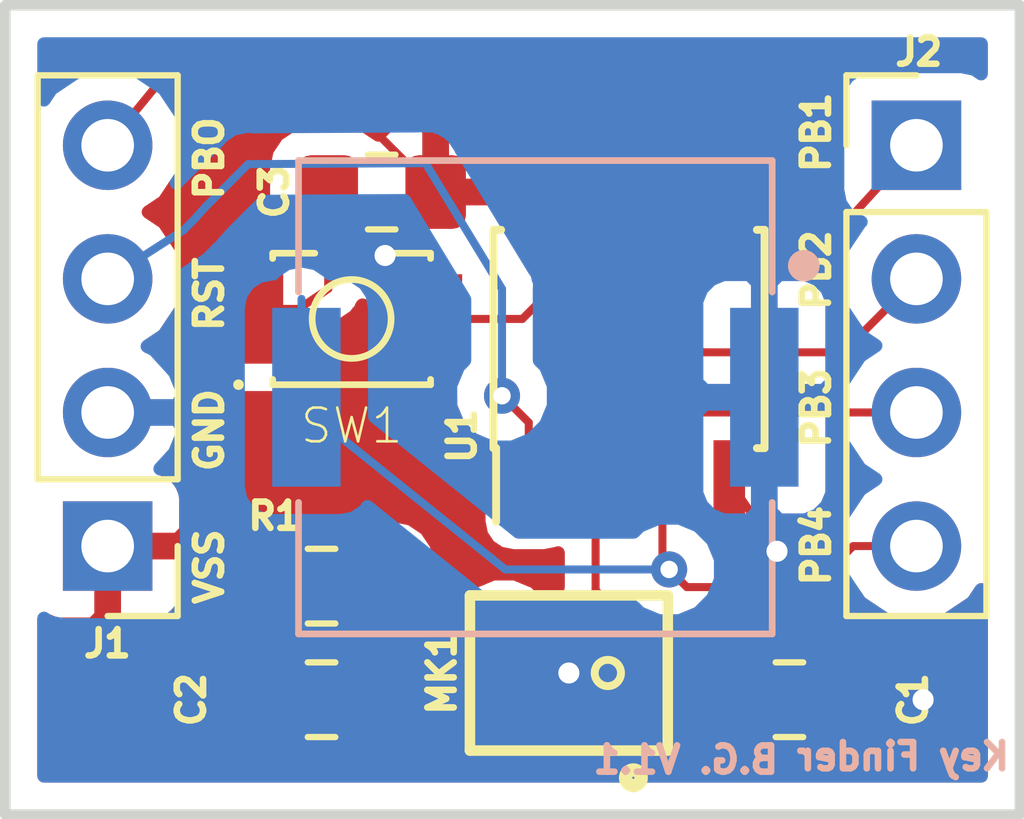
<source format=kicad_pcb>
(kicad_pcb (version 20171130) (host pcbnew "(5.1.2)-1")

  (general
    (thickness 1.6)
    (drawings 8)
    (tracks 71)
    (zones 0)
    (modules 10)
    (nets 11)
  )

  (page A4)
  (layers
    (0 F.Cu signal)
    (31 B.Cu signal)
    (34 B.Paste user)
    (35 F.Paste user)
    (36 B.SilkS user)
    (37 F.SilkS user)
    (38 B.Mask user hide)
    (39 F.Mask user)
    (40 Dwgs.User user)
    (41 Cmts.User user)
    (42 Eco1.User user)
    (43 Eco2.User user)
    (44 Edge.Cuts user)
    (45 Margin user hide)
    (46 B.CrtYd user hide)
    (47 F.CrtYd user hide)
    (48 B.Fab user)
    (49 F.Fab user)
  )

  (setup
    (last_trace_width 0.1524)
    (trace_clearance 0.1524)
    (zone_clearance 0.508)
    (zone_45_only no)
    (trace_min 0.1524)
    (via_size 0.6858)
    (via_drill 0.3302)
    (via_min_size 0.6858)
    (via_min_drill 0.254)
    (uvia_size 0.6858)
    (uvia_drill 0.3302)
    (uvias_allowed no)
    (uvia_min_size 0.2)
    (uvia_min_drill 0.1)
    (edge_width 0.2)
    (segment_width 0.2)
    (pcb_text_width 0.3)
    (pcb_text_size 1.5 1.5)
    (mod_edge_width 0.15)
    (mod_text_size 1 1)
    (mod_text_width 0.15)
    (pad_size 1.5 1.5)
    (pad_drill 0.6)
    (pad_to_mask_clearance 0.0508)
    (solder_mask_min_width 0.25)
    (aux_axis_origin 0 0)
    (visible_elements 7FFDFFFF)
    (pcbplotparams
      (layerselection 0x010fc_ffffffff)
      (usegerberextensions false)
      (usegerberattributes false)
      (usegerberadvancedattributes false)
      (creategerberjobfile false)
      (excludeedgelayer true)
      (linewidth 0.100000)
      (plotframeref false)
      (viasonmask false)
      (mode 1)
      (useauxorigin false)
      (hpglpennumber 1)
      (hpglpenspeed 20)
      (hpglpendiameter 15.000000)
      (psnegative false)
      (psa4output false)
      (plotreference true)
      (plotvalue true)
      (plotinvisibletext false)
      (padsonsilk false)
      (subtractmaskfromsilk false)
      (outputformat 1)
      (mirror false)
      (drillshape 1)
      (scaleselection 1)
      (outputdirectory ""))
  )

  (net 0 "")
  (net 1 +2V8)
  (net 2 GND)
  (net 3 "Net-(C2-Pad1)")
  (net 4 PB4)
  (net 5 "Net-(MK1-Pad3)")
  (net 6 PB3)
  (net 7 PB2)
  (net 8 Reset)
  (net 9 PB0)
  (net 10 PB1)

  (net_class Default "This is the default net class."
    (clearance 0.1524)
    (trace_width 0.1524)
    (via_dia 0.6858)
    (via_drill 0.3302)
    (uvia_dia 0.6858)
    (uvia_drill 0.3302)
    (add_net +2V8)
    (add_net GND)
    (add_net "Net-(C2-Pad1)")
    (add_net "Net-(MK1-Pad3)")
    (add_net PB0)
    (add_net PB1)
    (add_net PB2)
    (add_net PB3)
    (add_net PB4)
    (add_net Reset)
  )

  (module Button_Switch_SMD:SW_B3U-1000P (layer F.Cu) (tedit 5C4E5125) (tstamp 5C5A97CA)
    (at 105.0925 56.007 180)
    (path /5C4EB910)
    (attr smd)
    (fp_text reference SW1 (at 0 -2.032) (layer F.SilkS)
      (effects (font (size 0.641085 0.641085) (thickness 0.05)))
    )
    (fp_text value B3U-1000P (at 3.0949 0.218087 270) (layer Dwgs.User)
      (effects (font (size 0.640269 0.640269) (thickness 0.05)))
    )
    (fp_line (start -2.5 1.5) (end -2.5 -1.5) (layer Eco1.User) (width 0.05))
    (fp_line (start -0.75 1.5) (end -2.5 1.5) (layer Eco1.User) (width 0.05))
    (fp_line (start 0.75 1.5) (end -0.75 1.5) (layer Eco1.User) (width 0.05))
    (fp_line (start 2.5 1.5) (end 0.75 1.5) (layer Eco1.User) (width 0.05))
    (fp_line (start 2.5 -1.5) (end 2.5 1.5) (layer Eco1.User) (width 0.05))
    (fp_line (start -2.5 -1.5) (end 2.5 -1.5) (layer Eco1.User) (width 0.05))
    (fp_circle (center 2.15 -1.25) (end 2.2 -1.25) (layer F.SilkS) (width 0.1))
    (fp_line (start 1.5 1.25) (end 0.7 1.25) (layer F.SilkS) (width 0.127))
    (fp_line (start 1.5 1.15) (end 1.5 1.25) (layer F.SilkS) (width 0.127))
    (fp_line (start -1.5 1.25) (end -0.7 1.25) (layer F.SilkS) (width 0.127))
    (fp_line (start -1.5 1.15) (end -1.5 1.25) (layer F.SilkS) (width 0.127))
    (fp_line (start 1.5 -1.25) (end 1.5 -1.15) (layer F.SilkS) (width 0.127))
    (fp_line (start -1.5 -1.25) (end 1.5 -1.25) (layer F.SilkS) (width 0.127))
    (fp_line (start -1.5 -1.15) (end -1.5 -1.25) (layer F.SilkS) (width 0.127))
    (fp_circle (center 0 0) (end 0.75 0) (layer F.SilkS) (width 0.127))
    (fp_line (start -1.5 1.25) (end -1.5 -1.25) (layer Dwgs.User) (width 0.127))
    (fp_line (start 1.5 1.25) (end -1.5 1.25) (layer Dwgs.User) (width 0.127))
    (fp_line (start 1.5 -1.25) (end 1.5 1.25) (layer Dwgs.User) (width 0.127))
    (fp_line (start -1.5 -1.25) (end 1.5 -1.25) (layer Dwgs.User) (width 0.127))
    (pad 1 smd rect (at 1.7 0 180) (size 0.8 1.7) (layers F.Cu F.Paste F.Mask)
      (net 2 GND))
    (pad 2 smd rect (at -1.7 0 180) (size 0.8 1.7) (layers F.Cu F.Paste F.Mask)
      (net 7 PB2))
  )

  (module Buzzer_Beeper:XDCR_PKMCS0909E4000-R1 (layer B.Cu) (tedit 5C269D44) (tstamp 5C4E9FC3)
    (at 108.58348 57.49544 180)
    (path /5C19A03D)
    (attr smd)
    (fp_text reference LS1 (at -5.1115 0 90) (layer B.SilkS) hide
      (effects (font (size 1.00146 1.00146) (thickness 0.05)) (justify mirror))
    )
    (fp_text value PKMCS0909E4000-R1 (at -1.30944 -5.5338 180) (layer B.SilkS) hide
      (effects (font (size 1.00341 1.00341) (thickness 0.05)) (justify mirror))
    )
    (fp_line (start 5.2 4.8) (end -5.2 4.8) (layer B.CrtYd) (width 0.05))
    (fp_line (start 5.2 -4.8) (end 5.2 4.8) (layer B.CrtYd) (width 0.05))
    (fp_line (start -5.2 -4.8) (end 5.2 -4.8) (layer B.CrtYd) (width 0.05))
    (fp_line (start -5.2 4.8) (end -5.2 -4.8) (layer B.CrtYd) (width 0.05))
    (fp_line (start 4.5 4.5) (end -4.5 4.5) (layer Dwgs.User) (width 0.127))
    (fp_line (start 4.5 -4.5) (end 4.5 4.5) (layer Dwgs.User) (width 0.127))
    (fp_line (start -4.5 -4.5) (end 4.5 -4.5) (layer Dwgs.User) (width 0.127))
    (fp_line (start -4.5 4.5) (end -4.5 -4.5) (layer Dwgs.User) (width 0.127))
    (fp_circle (center -5.1 2.5) (end -4.95 2.5) (layer B.SilkS) (width 0.3))
    (fp_line (start -4.5 -4.5) (end -4.5 -2) (layer B.SilkS) (width 0.127))
    (fp_line (start 4.5 -4.5) (end -4.5 -4.5) (layer B.SilkS) (width 0.127))
    (fp_line (start 4.5 -2) (end 4.5 -4.5) (layer B.SilkS) (width 0.127))
    (fp_line (start 4.5 4.5) (end 4.5 2) (layer B.SilkS) (width 0.127))
    (fp_line (start -4.5 4.5) (end 4.5 4.5) (layer B.SilkS) (width 0.127))
    (fp_line (start -4.5 2) (end -4.5 4.5) (layer B.SilkS) (width 0.127))
    (pad 2 smd rect (at 4.35 0 180) (size 1.3 3.4) (layers B.Cu B.Paste B.Mask)
      (net 4 PB4))
    (pad 1 smd rect (at -4.35 0 180) (size 1.3 3.4) (layers B.Cu B.Paste B.Mask)
      (net 2 GND))
  )

  (module Sensor_Audio:SPU0414HR5H-SB (layer F.Cu) (tedit 5C26A46E) (tstamp 5C466030)
    (at 109.22 62.738 270)
    (descr SPU0414HR5H-SB)
    (tags Microphone)
    (path /5C1A9BE1)
    (attr smd)
    (fp_text reference MK1 (at 0 2.413 90) (layer F.SilkS)
      (effects (font (size 0.5 0.5) (thickness 0.125)))
    )
    (fp_text value SPU0414HR5H-SB (at 5.808 -3.314) (layer F.SilkS) hide
      (effects (font (size 1.27 1.27) (thickness 0.254)))
    )
    (fp_circle (center 0 -0.7406) (end 0.25 -0.7406) (layer F.SilkS) (width 0.15))
    (fp_circle (center 1.992 -1.226) (end 1.971 -1.226) (layer F.SilkS) (width 0.254))
    (fp_line (start 1.475 1.88) (end -1.475 1.88) (layer F.SilkS) (width 0.2))
    (fp_line (start 1.475 -1.88) (end 1.475 1.88) (layer F.SilkS) (width 0.2))
    (fp_line (start -1.475 -1.88) (end 1.475 -1.88) (layer F.SilkS) (width 0.2))
    (fp_line (start -1.475 1.88) (end -1.475 -1.88) (layer F.SilkS) (width 0.2))
    (fp_line (start -1.475 1.88) (end -1.475 -1.88) (layer F.CrtYd) (width 0.05))
    (fp_line (start 1.475 1.88) (end -1.475 1.88) (layer F.CrtYd) (width 0.05))
    (fp_line (start 1.475 -1.88) (end 1.475 1.88) (layer F.CrtYd) (width 0.05))
    (fp_line (start -1.475 -1.88) (end 1.475 -1.88) (layer F.CrtYd) (width 0.05))
    (pad 4 smd circle (at -0.85 -1.23) (size 0.8 0.8) (layers F.Cu F.Paste F.Mask)
      (net 6 PB3))
    (pad 3 smd circle (at -0.85 1.23) (size 0.8 0.8) (layers F.Cu F.Paste F.Mask)
      (net 5 "Net-(MK1-Pad3)"))
    (pad 2 smd circle (at 0.85 1.23) (size 0.8 0.8) (layers F.Cu F.Paste F.Mask)
      (net 2 GND))
    (pad 1 smd circle (at 0.85 -1.23) (size 0.8 0.8) (layers F.Cu F.Paste F.Mask)
      (net 1 +2V8))
  )

  (module Connector_PinHeader_2.54mm:PinHeader_1x04_P2.54mm_Vertical (layer F.Cu) (tedit 5C4E4FCA) (tstamp 5C21BB0B)
    (at 100.457 60.325 180)
    (descr "Through hole straight pin header, 1x04, 2.54mm pitch, single row")
    (tags "Through hole pin header THT 1x04 2.54mm single row")
    (path /5C222480)
    (fp_text reference J1 (at 0.00508 -1.8542) (layer F.SilkS)
      (effects (font (size 0.5 0.5) (thickness 0.125)))
    )
    (fp_text value Conn_01x04 (at 2.39558 5.3812 180) (layer F.Fab) hide
      (effects (font (size 1 1) (thickness 0.15)))
    )
    (fp_text user %R (at 0.0635 6.30428 270) (layer F.Fab) hide
      (effects (font (size 1 1) (thickness 0.15)))
    )
    (fp_line (start 1.8 -1.8) (end -1.8 -1.8) (layer F.CrtYd) (width 0.05))
    (fp_line (start 1.8 9.4) (end 1.8 -1.8) (layer F.CrtYd) (width 0.05))
    (fp_line (start -1.8 9.4) (end 1.8 9.4) (layer F.CrtYd) (width 0.05))
    (fp_line (start -1.8 -1.8) (end -1.8 9.4) (layer F.CrtYd) (width 0.05))
    (fp_line (start -1.33 -1.33) (end 0 -1.33) (layer F.SilkS) (width 0.12))
    (fp_line (start -1.33 0) (end -1.33 -1.33) (layer F.SilkS) (width 0.12))
    (fp_line (start -1.33 1.27) (end 1.33 1.27) (layer F.SilkS) (width 0.12))
    (fp_line (start 1.33 1.27) (end 1.33 8.95) (layer F.SilkS) (width 0.12))
    (fp_line (start -1.33 1.27) (end -1.33 8.95) (layer F.SilkS) (width 0.12))
    (fp_line (start -1.33 8.95) (end 1.33 8.95) (layer F.SilkS) (width 0.12))
    (fp_line (start -1.27 -0.635) (end -0.635 -1.27) (layer F.Fab) (width 0.1))
    (fp_line (start -1.27 8.89) (end -1.27 -0.635) (layer F.Fab) (width 0.1))
    (fp_line (start 1.27 8.89) (end -1.27 8.89) (layer F.Fab) (width 0.1))
    (fp_line (start 1.27 -1.27) (end 1.27 8.89) (layer F.Fab) (width 0.1))
    (fp_line (start -0.635 -1.27) (end 1.27 -1.27) (layer F.Fab) (width 0.1))
    (pad 4 thru_hole oval (at 0 7.62 180) (size 1.7 1.7) (drill 1) (layers *.Cu *.Mask)
      (net 9 PB0))
    (pad 3 thru_hole oval (at 0 5.08 180) (size 1.7 1.7) (drill 1) (layers *.Cu *.Mask)
      (net 8 Reset))
    (pad 2 thru_hole oval (at 0 2.54 180) (size 1.7 1.7) (drill 1) (layers *.Cu *.Mask)
      (net 2 GND))
    (pad 1 thru_hole rect (at 0 0 180) (size 1.7 1.7) (drill 1) (layers *.Cu *.Mask)
      (net 1 +2V8))
    (model ${KISYS3DMOD}/Connector_PinHeader_2.54mm.3dshapes/PinHeader_1x04_P2.54mm_Vertical.wrl
      (at (xyz 0 0 0))
      (scale (xyz 1 1 1))
      (rotate (xyz 0 0 0))
    )
  )

  (module Package_SO:SOIC-8_3.9x4.9mm_P1.27mm (layer F.Cu) (tedit 5C26A512) (tstamp 5C21AB37)
    (at 110.363 56.388 90)
    (descr "8-Lead Plastic Small Outline (SN) - Narrow, 3.90 mm Body [SOIC] (see Microchip Packaging Specification 00000049BS.pdf)")
    (tags "SOIC 1.27")
    (path /5C20002F)
    (attr smd)
    (fp_text reference U1 (at -1.8415 -3.175 90) (layer F.SilkS)
      (effects (font (size 0.5 0.5) (thickness 0.125)))
    )
    (fp_text value ATtiny13A-SSU (at 0 3.5 90) (layer F.Fab) hide
      (effects (font (size 1 1) (thickness 0.15)))
    )
    (fp_line (start -2.075 -2.525) (end -3.475 -2.525) (layer F.SilkS) (width 0.15))
    (fp_line (start -2.075 2.575) (end 2.075 2.575) (layer F.SilkS) (width 0.15))
    (fp_line (start -2.075 -2.575) (end 2.075 -2.575) (layer F.SilkS) (width 0.15))
    (fp_line (start -2.075 2.575) (end -2.075 2.43) (layer F.SilkS) (width 0.15))
    (fp_line (start 2.075 2.575) (end 2.075 2.43) (layer F.SilkS) (width 0.15))
    (fp_line (start 2.075 -2.575) (end 2.075 -2.43) (layer F.SilkS) (width 0.15))
    (fp_line (start -2.075 -2.575) (end -2.075 -2.525) (layer F.SilkS) (width 0.15))
    (fp_line (start -3.73 2.7) (end 3.73 2.7) (layer F.CrtYd) (width 0.05))
    (fp_line (start -3.73 -2.7) (end 3.73 -2.7) (layer F.CrtYd) (width 0.05))
    (fp_line (start 3.73 -2.7) (end 3.73 2.7) (layer F.CrtYd) (width 0.05))
    (fp_line (start -3.73 -2.7) (end -3.73 2.7) (layer F.CrtYd) (width 0.05))
    (fp_line (start -1.95 -1.45) (end -0.95 -2.45) (layer F.Fab) (width 0.1))
    (fp_line (start -1.95 2.45) (end -1.95 -1.45) (layer F.Fab) (width 0.1))
    (fp_line (start 1.95 2.45) (end -1.95 2.45) (layer F.Fab) (width 0.1))
    (fp_line (start 1.95 -2.45) (end 1.95 2.45) (layer F.Fab) (width 0.1))
    (fp_line (start -0.95 -2.45) (end 1.95 -2.45) (layer F.Fab) (width 0.1))
    (fp_text user %R (at 0 0 90) (layer F.Fab)
      (effects (font (size 1 1) (thickness 0.15)))
    )
    (pad 8 smd rect (at 2.7 -1.905 90) (size 1.55 0.6) (layers F.Cu F.Paste F.Mask)
      (net 1 +2V8))
    (pad 7 smd rect (at 2.7 -0.635 90) (size 1.55 0.6) (layers F.Cu F.Paste F.Mask)
      (net 7 PB2))
    (pad 6 smd rect (at 2.7 0.635 90) (size 1.55 0.6) (layers F.Cu F.Paste F.Mask)
      (net 10 PB1))
    (pad 5 smd rect (at 2.7 1.905 90) (size 1.55 0.6) (layers F.Cu F.Paste F.Mask)
      (net 9 PB0))
    (pad 4 smd rect (at -2.7 1.905 90) (size 1.55 0.6) (layers F.Cu F.Paste F.Mask)
      (net 2 GND))
    (pad 3 smd rect (at -2.7 0.635 90) (size 1.55 0.6) (layers F.Cu F.Paste F.Mask)
      (net 4 PB4))
    (pad 2 smd rect (at -2.7 -0.635 90) (size 1.55 0.6) (layers F.Cu F.Paste F.Mask)
      (net 6 PB3))
    (pad 1 smd rect (at -2.7 -1.905 90) (size 1.55 0.6) (layers F.Cu F.Paste F.Mask)
      (net 8 Reset))
    (model ${KISYS3DMOD}/Package_SO.3dshapes/SOIC-8_3.9x4.9mm_P1.27mm.wrl
      (at (xyz 0 0 0))
      (scale (xyz 1 1 1))
      (rotate (xyz 0 0 0))
    )
  )

  (module Connector_PinHeader_2.54mm:PinHeader_1x04_P2.54mm_Vertical (layer F.Cu) (tedit 5C26A4FD) (tstamp 5C4E525C)
    (at 115.824 52.705)
    (descr "Through hole straight pin header, 1x04, 2.54mm pitch, single row")
    (tags "Through hole pin header THT 1x04 2.54mm single row")
    (path /5C222D9C)
    (fp_text reference J2 (at 0.04572 -1.77546) (layer F.SilkS)
      (effects (font (size 0.5 0.5) (thickness 0.125)))
    )
    (fp_text value Conn_01x04 (at -2.5 8.25) (layer F.Fab) hide
      (effects (font (size 1 1) (thickness 0.15)))
    )
    (fp_text user %R (at 0 3.81 180) (layer F.Fab)
      (effects (font (size 1 1) (thickness 0.15)))
    )
    (fp_line (start 1.8 -1.8) (end -1.8 -1.8) (layer F.CrtYd) (width 0.05))
    (fp_line (start 1.8 9.4) (end 1.8 -1.8) (layer F.CrtYd) (width 0.05))
    (fp_line (start -1.8 9.4) (end 1.8 9.4) (layer F.CrtYd) (width 0.05))
    (fp_line (start -1.8 -1.8) (end -1.8 9.4) (layer F.CrtYd) (width 0.05))
    (fp_line (start -1.33 -1.33) (end 0 -1.33) (layer F.SilkS) (width 0.12))
    (fp_line (start -1.33 0) (end -1.33 -1.33) (layer F.SilkS) (width 0.12))
    (fp_line (start -1.33 1.27) (end 1.33 1.27) (layer F.SilkS) (width 0.12))
    (fp_line (start 1.33 1.27) (end 1.33 8.95) (layer F.SilkS) (width 0.12))
    (fp_line (start -1.33 1.27) (end -1.33 8.95) (layer F.SilkS) (width 0.12))
    (fp_line (start -1.33 8.95) (end 1.33 8.95) (layer F.SilkS) (width 0.12))
    (fp_line (start -1.27 -0.635) (end -0.635 -1.27) (layer F.Fab) (width 0.1))
    (fp_line (start -1.27 8.89) (end -1.27 -0.635) (layer F.Fab) (width 0.1))
    (fp_line (start 1.27 8.89) (end -1.27 8.89) (layer F.Fab) (width 0.1))
    (fp_line (start 1.27 -1.27) (end 1.27 8.89) (layer F.Fab) (width 0.1))
    (fp_line (start -0.635 -1.27) (end 1.27 -1.27) (layer F.Fab) (width 0.1))
    (pad 4 thru_hole oval (at 0 7.62) (size 1.7 1.7) (drill 1) (layers *.Cu *.Mask)
      (net 4 PB4))
    (pad 3 thru_hole oval (at 0 5.08) (size 1.7 1.7) (drill 1) (layers *.Cu *.Mask)
      (net 6 PB3))
    (pad 2 thru_hole oval (at 0 2.54) (size 1.7 1.7) (drill 1) (layers *.Cu *.Mask)
      (net 7 PB2))
    (pad 1 thru_hole rect (at 0 0) (size 1.7 1.7) (drill 1) (layers *.Cu *.Mask)
      (net 10 PB1))
    (model ${KISYS3DMOD}/Connector_PinHeader_2.54mm.3dshapes/PinHeader_1x04_P2.54mm_Vertical.wrl
      (at (xyz 0 0 0))
      (scale (xyz 1 1 1))
      (rotate (xyz 0 0 0))
    )
  )

  (module Capacitor_SMD:C_0805_2012Metric_Pad1.15x1.40mm_HandSolder (layer F.Cu) (tedit 5C26A585) (tstamp 5C22BF75)
    (at 113.411 63.246)
    (descr "Capacitor SMD 0805 (2012 Metric), square (rectangular) end terminal, IPC_7351 nominal with elongated pad for handsoldering. (Body size source: https://docs.google.com/spreadsheets/d/1BsfQQcO9C6DZCsRaXUlFlo91Tg2WpOkGARC1WS5S8t0/edit?usp=sharing), generated with kicad-footprint-generator")
    (tags "capacitor handsolder")
    (path /5C185EFF)
    (attr smd)
    (fp_text reference C1 (at 2.3495 0 90) (layer F.SilkS)
      (effects (font (size 0.5 0.5) (thickness 0.125)))
    )
    (fp_text value 10uF (at 0 1.65) (layer F.Fab) hide
      (effects (font (size 1 1) (thickness 0.15)))
    )
    (fp_text user %R (at 0 0) (layer F.Fab)
      (effects (font (size 0.5 0.5) (thickness 0.08)))
    )
    (fp_line (start 1.85 0.95) (end -1.85 0.95) (layer F.CrtYd) (width 0.05))
    (fp_line (start 1.85 -0.95) (end 1.85 0.95) (layer F.CrtYd) (width 0.05))
    (fp_line (start -1.85 -0.95) (end 1.85 -0.95) (layer F.CrtYd) (width 0.05))
    (fp_line (start -1.85 0.95) (end -1.85 -0.95) (layer F.CrtYd) (width 0.05))
    (fp_line (start -0.261252 0.71) (end 0.261252 0.71) (layer F.SilkS) (width 0.12))
    (fp_line (start -0.261252 -0.71) (end 0.261252 -0.71) (layer F.SilkS) (width 0.12))
    (fp_line (start 1 0.6) (end -1 0.6) (layer F.Fab) (width 0.1))
    (fp_line (start 1 -0.6) (end 1 0.6) (layer F.Fab) (width 0.1))
    (fp_line (start -1 -0.6) (end 1 -0.6) (layer F.Fab) (width 0.1))
    (fp_line (start -1 0.6) (end -1 -0.6) (layer F.Fab) (width 0.1))
    (pad 2 smd roundrect (at 1.025 0) (size 1.15 1.4) (layers F.Cu F.Paste F.Mask) (roundrect_rratio 0.217391)
      (net 2 GND))
    (pad 1 smd roundrect (at -1.025 0) (size 1.15 1.4) (layers F.Cu F.Paste F.Mask) (roundrect_rratio 0.217391)
      (net 1 +2V8))
    (model ${KISYS3DMOD}/Capacitor_SMD.3dshapes/C_0805_2012Metric.wrl
      (at (xyz 0 0 0))
      (scale (xyz 1 1 1))
      (rotate (xyz 0 0 0))
    )
  )

  (module Capacitor_SMD:C_0805_2012Metric_Pad1.15x1.40mm_HandSolder (layer F.Cu) (tedit 5C26A55D) (tstamp 5C46589F)
    (at 104.521 63.246)
    (descr "Capacitor SMD 0805 (2012 Metric), square (rectangular) end terminal, IPC_7351 nominal with elongated pad for handsoldering. (Body size source: https://docs.google.com/spreadsheets/d/1BsfQQcO9C6DZCsRaXUlFlo91Tg2WpOkGARC1WS5S8t0/edit?usp=sharing), generated with kicad-footprint-generator")
    (tags "capacitor handsolder")
    (path /5C1B8053)
    (attr smd)
    (fp_text reference C2 (at -2.4765 0 90) (layer F.SilkS)
      (effects (font (size 0.5 0.5) (thickness 0.125)))
    )
    (fp_text value .16uf (at -0.762 -1.524 180) (layer F.Fab) hide
      (effects (font (size 1 1) (thickness 0.15)))
    )
    (fp_text user %R (at 0 0) (layer F.Fab)
      (effects (font (size 0.5 0.5) (thickness 0.08)))
    )
    (fp_line (start 1.85 0.95) (end -1.85 0.95) (layer F.CrtYd) (width 0.05))
    (fp_line (start 1.85 -0.95) (end 1.85 0.95) (layer F.CrtYd) (width 0.05))
    (fp_line (start -1.85 -0.95) (end 1.85 -0.95) (layer F.CrtYd) (width 0.05))
    (fp_line (start -1.85 0.95) (end -1.85 -0.95) (layer F.CrtYd) (width 0.05))
    (fp_line (start -0.261252 0.71) (end 0.261252 0.71) (layer F.SilkS) (width 0.12))
    (fp_line (start -0.261252 -0.71) (end 0.261252 -0.71) (layer F.SilkS) (width 0.12))
    (fp_line (start 1 0.6) (end -1 0.6) (layer F.Fab) (width 0.1))
    (fp_line (start 1 -0.6) (end 1 0.6) (layer F.Fab) (width 0.1))
    (fp_line (start -1 -0.6) (end 1 -0.6) (layer F.Fab) (width 0.1))
    (fp_line (start -1 0.6) (end -1 -0.6) (layer F.Fab) (width 0.1))
    (pad 2 smd roundrect (at 1.025 0) (size 1.15 1.4) (layers F.Cu F.Paste F.Mask) (roundrect_rratio 0.217391)
      (net 2 GND))
    (pad 1 smd roundrect (at -1.025 0) (size 1.15 1.4) (layers F.Cu F.Paste F.Mask) (roundrect_rratio 0.217391)
      (net 3 "Net-(C2-Pad1)"))
    (model ${KISYS3DMOD}/Capacitor_SMD.3dshapes/C_0805_2012Metric.wrl
      (at (xyz 0 0 0))
      (scale (xyz 1 1 1))
      (rotate (xyz 0 0 0))
    )
  )

  (module Capacitor_SMD:C_0805_2012Metric_Pad1.15x1.40mm_HandSolder (layer F.Cu) (tedit 5C26A520) (tstamp 5C21A20A)
    (at 105.664 53.594 180)
    (descr "Capacitor SMD 0805 (2012 Metric), square (rectangular) end terminal, IPC_7351 nominal with elongated pad for handsoldering. (Body size source: https://docs.google.com/spreadsheets/d/1BsfQQcO9C6DZCsRaXUlFlo91Tg2WpOkGARC1WS5S8t0/edit?usp=sharing), generated with kicad-footprint-generator")
    (tags "capacitor handsolder")
    (path /5C1AFC41)
    (attr smd)
    (fp_text reference C3 (at 2.04216 0.00254 270) (layer F.SilkS)
      (effects (font (size 0.5 0.5) (thickness 0.125)))
    )
    (fp_text value 10uF (at 0.04162 0.2525 180) (layer F.Fab) hide
      (effects (font (size 1 1) (thickness 0.15)))
    )
    (fp_text user %R (at 0 0 180) (layer F.Fab)
      (effects (font (size 0.5 0.5) (thickness 0.08)))
    )
    (fp_line (start 1.85 0.95) (end -1.85 0.95) (layer F.CrtYd) (width 0.05))
    (fp_line (start 1.85 -0.95) (end 1.85 0.95) (layer F.CrtYd) (width 0.05))
    (fp_line (start -1.85 -0.95) (end 1.85 -0.95) (layer F.CrtYd) (width 0.05))
    (fp_line (start -1.85 0.95) (end -1.85 -0.95) (layer F.CrtYd) (width 0.05))
    (fp_line (start -0.261252 0.71) (end 0.261252 0.71) (layer F.SilkS) (width 0.12))
    (fp_line (start -0.261252 -0.71) (end 0.261252 -0.71) (layer F.SilkS) (width 0.12))
    (fp_line (start 1 0.6) (end -1 0.6) (layer F.Fab) (width 0.1))
    (fp_line (start 1 -0.6) (end 1 0.6) (layer F.Fab) (width 0.1))
    (fp_line (start -1 -0.6) (end 1 -0.6) (layer F.Fab) (width 0.1))
    (fp_line (start -1 0.6) (end -1 -0.6) (layer F.Fab) (width 0.1))
    (pad 2 smd roundrect (at 1.025 0 180) (size 1.15 1.4) (layers F.Cu F.Paste F.Mask) (roundrect_rratio 0.217391)
      (net 2 GND))
    (pad 1 smd roundrect (at -1.025 0 180) (size 1.15 1.4) (layers F.Cu F.Paste F.Mask) (roundrect_rratio 0.217391)
      (net 1 +2V8))
    (model ${KISYS3DMOD}/Capacitor_SMD.3dshapes/C_0805_2012Metric.wrl
      (at (xyz 0 0 0))
      (scale (xyz 1 1 1))
      (rotate (xyz 0 0 0))
    )
  )

  (module Resistor_SMD:R_0805_2012Metric_Pad1.15x1.40mm_HandSolder (layer F.Cu) (tedit 5C26A549) (tstamp 5C217DED)
    (at 104.521 61.087 180)
    (descr "Resistor SMD 0805 (2012 Metric), square (rectangular) end terminal, IPC_7351 nominal with elongated pad for handsoldering. (Body size source: https://docs.google.com/spreadsheets/d/1BsfQQcO9C6DZCsRaXUlFlo91Tg2WpOkGARC1WS5S8t0/edit?usp=sharing), generated with kicad-footprint-generator")
    (tags "resistor handsolder")
    (path /5C1B83A3)
    (attr smd)
    (fp_text reference R1 (at 0.889 1.3335) (layer F.SilkS)
      (effects (font (size 0.5 0.5) (thickness 0.125)))
    )
    (fp_text value 10 (at 0 1.65 180) (layer F.Fab) hide
      (effects (font (size 1 1) (thickness 0.15)))
    )
    (fp_text user %R (at 0 0 180) (layer F.Fab)
      (effects (font (size 0.5 0.5) (thickness 0.08)))
    )
    (fp_line (start 1.85 0.95) (end -1.85 0.95) (layer F.CrtYd) (width 0.05))
    (fp_line (start 1.85 -0.95) (end 1.85 0.95) (layer F.CrtYd) (width 0.05))
    (fp_line (start -1.85 -0.95) (end 1.85 -0.95) (layer F.CrtYd) (width 0.05))
    (fp_line (start -1.85 0.95) (end -1.85 -0.95) (layer F.CrtYd) (width 0.05))
    (fp_line (start -0.261252 0.71) (end 0.261252 0.71) (layer F.SilkS) (width 0.12))
    (fp_line (start -0.261252 -0.71) (end 0.261252 -0.71) (layer F.SilkS) (width 0.12))
    (fp_line (start 1 0.6) (end -1 0.6) (layer F.Fab) (width 0.1))
    (fp_line (start 1 -0.6) (end 1 0.6) (layer F.Fab) (width 0.1))
    (fp_line (start -1 -0.6) (end 1 -0.6) (layer F.Fab) (width 0.1))
    (fp_line (start -1 0.6) (end -1 -0.6) (layer F.Fab) (width 0.1))
    (pad 2 smd roundrect (at 1.025 0 180) (size 1.15 1.4) (layers F.Cu F.Paste F.Mask) (roundrect_rratio 0.217391)
      (net 3 "Net-(C2-Pad1)"))
    (pad 1 smd roundrect (at -1.025 0 180) (size 1.15 1.4) (layers F.Cu F.Paste F.Mask) (roundrect_rratio 0.217391)
      (net 5 "Net-(MK1-Pad3)"))
    (model ${KISYS3DMOD}/Resistor_SMD.3dshapes/R_0805_2012Metric.wrl
      (at (xyz 0 0 0))
      (scale (xyz 1 1 1))
      (rotate (xyz 0 0 0))
    )
  )

  (gr_line (start 98.51136 65.4304) (end 117.729 65.4304) (layer Edge.Cuts) (width 0.2))
  (gr_line (start 98.51136 50.04308) (end 98.51136 65.4304) (layer Edge.Cuts) (width 0.2))
  (gr_line (start 117.78996 50.04308) (end 98.51136 50.04308) (layer Edge.Cuts) (width 0.2))
  (gr_line (start 117.78996 65.42532) (end 117.78996 50.04308) (layer Edge.Cuts) (width 0.2))
  (gr_text "VSS   GND   RST   PBO" (at 102.3874 56.79948 90) (layer F.SilkS) (tstamp 5C4E4D97)
    (effects (font (size 0.5 0.5) (thickness 0.125)))
  )
  (gr_text "PB4   PB3   PB2   PB1" (at 113.919 56.388 90) (layer F.SilkS) (tstamp 5C335689)
    (effects (font (size 0.5 0.5) (thickness 0.125)))
  )
  (gr_text "Key Finder" (at 115.57 64.3255) (layer B.SilkS) (tstamp 5C33523F)
    (effects (font (size 0.5 0.5) (thickness 0.125)) (justify mirror))
  )
  (gr_text "B.G. V1.1" (at 111.4425 64.389) (layer B.SilkS)
    (effects (font (size 0.5 0.5) (thickness 0.125)) (justify mirror))
  )

  (segment (start 110.792 63.246) (end 110.45 63.588) (width 0.1524) (layer F.Cu) (net 1))
  (segment (start 112.386 63.246) (end 110.792 63.246) (width 0.1524) (layer F.Cu) (net 1))
  (segment (start 106.689 53.594) (end 105.2285 52.1335) (width 0.1524) (layer F.Cu) (net 1))
  (segment (start 105.2285 52.1335) (end 102.8065 52.1335) (width 0.1524) (layer F.Cu) (net 1))
  (via (at 115.951 63.246) (size 0.8) (drill 0.4) (layers F.Cu B.Cu) (net 2))
  (via (at 109.22 62.738) (size 0.8) (drill 0.4) (layers F.Cu B.Cu) (net 2))
  (segment (start 115.951 63.246) (end 114.436 63.246) (width 0.1524) (layer F.Cu) (net 2))
  (segment (start 108.37 63.588) (end 107.99 63.588) (width 0.1524) (layer F.Cu) (net 2))
  (segment (start 109.22 62.738) (end 108.37 63.588) (width 0.1524) (layer F.Cu) (net 2))
  (segment (start 105.888 63.588) (end 105.546 63.246) (width 0.1524) (layer F.Cu) (net 2))
  (segment (start 107.99 63.588) (end 105.888 63.588) (width 0.1524) (layer F.Cu) (net 2))
  (segment (start 104.775 53.721) (end 104.766 53.721) (width 0.1524) (layer F.Cu) (net 2))
  (via (at 105.7275 54.8005) (size 0.8) (drill 0.4) (layers F.Cu B.Cu) (net 2))
  (segment (start 105.0455 54.8005) (end 104.639 54.394) (width 0.1524) (layer F.Cu) (net 2))
  (segment (start 105.7275 54.8005) (end 105.0455 54.8005) (width 0.1524) (layer F.Cu) (net 2))
  (segment (start 104.639 54.394) (end 104.639 53.594) (width 0.1524) (layer F.Cu) (net 2))
  (segment (start 104.0864 55.8165) (end 103.534 55.8165) (width 0.1524) (layer F.Cu) (net 2))
  (segment (start 104.639 53.594) (end 104.648 55.4355) (width 0.1524) (layer F.Cu) (net 2))
  (segment (start 104.648 55.4355) (end 104.0864 55.8165) (width 0.1524) (layer F.Cu) (net 2))
  (segment (start 112.89284 55.61584) (end 112.84 55.626) (width 0.25) (layer B.Cu) (net 2))
  (segment (start 113.17478 60.42406) (end 112.268 59.088) (width 0.1524) (layer F.Cu) (net 2))
  (via (at 113.17478 60.42406) (size 0.8) (drill 0.4) (layers F.Cu B.Cu) (net 2))
  (segment (start 103.496 61.887) (end 103.496 63.246) (width 0.1524) (layer F.Cu) (net 3))
  (segment (start 103.496 61.087) (end 103.496 61.887) (width 0.1524) (layer F.Cu) (net 3))
  (segment (start 111.125 59.215) (end 110.998 59.088) (width 0.25) (layer F.Cu) (net 4) (status 30))
  (via (at 111.125 60.7695) (size 0.6858) (drill 0.3302) (layers F.Cu B.Cu) (net 4))
  (segment (start 104.14 56.676) (end 104.14 55.626) (width 0.1524) (layer B.Cu) (net 4))
  (segment (start 104.14 57.658) (end 104.14 56.676) (width 0.1524) (layer B.Cu) (net 4))
  (segment (start 111.125 60.7695) (end 108.0135 60.7695) (width 0.1524) (layer B.Cu) (net 4))
  (segment (start 108.0135 60.7695) (end 104.14 57.658) (width 0.1524) (layer B.Cu) (net 4))
  (segment (start 110.998 60.6425) (end 111.125 60.7695) (width 0.1524) (layer F.Cu) (net 4))
  (segment (start 110.998 59.088) (end 110.998 60.6425) (width 0.1524) (layer F.Cu) (net 4))
  (segment (start 111.46028 61.10478) (end 111.125 60.7695) (width 0.1524) (layer F.Cu) (net 4))
  (segment (start 113.842139 61.10478) (end 111.46028 61.10478) (width 0.1524) (layer F.Cu) (net 4))
  (segment (start 115.824 60.325) (end 114.621919 60.325) (width 0.1524) (layer F.Cu) (net 4))
  (segment (start 114.621919 60.325) (end 113.842139 61.10478) (width 0.1524) (layer F.Cu) (net 4))
  (segment (start 106.347 61.888) (end 105.546 61.087) (width 0.1524) (layer F.Cu) (net 5))
  (segment (start 107.99 61.888) (end 106.347 61.888) (width 0.1524) (layer F.Cu) (net 5))
  (segment (start 109.728 58.613) (end 109.728 59.088) (width 0.1524) (layer F.Cu) (net 6))
  (segment (start 110.556 57.785) (end 109.728 58.613) (width 0.1524) (layer F.Cu) (net 6))
  (segment (start 115.824 57.785) (end 110.556 57.785) (width 0.1524) (layer F.Cu) (net 6))
  (segment (start 109.728 61.166) (end 109.728 59.088) (width 0.1524) (layer F.Cu) (net 6))
  (segment (start 110.45 61.888) (end 109.728 61.166) (width 0.1524) (layer F.Cu) (net 6))
  (segment (start 109.728 54.163) (end 109.728 53.688) (width 0.25) (layer F.Cu) (net 7) (status 30))
  (segment (start 106.934 55.892) (end 106.934 56.642) (width 0.25) (layer F.Cu) (net 7) (tstamp 5C5AA2AF))
  (segment (start 115.824 55.245) (end 114.427 56.642) (width 0.1524) (layer F.Cu) (net 7))
  (segment (start 111.7546 56.642) (end 111.8235 56.642) (width 0.1524) (layer F.Cu) (net 7))
  (segment (start 109.728 54.6154) (end 111.7546 56.642) (width 0.1524) (layer F.Cu) (net 7))
  (segment (start 109.728 53.688) (end 109.728 54.6154) (width 0.1524) (layer F.Cu) (net 7))
  (segment (start 114.427 56.642) (end 111.8235 56.642) (width 0.1524) (layer F.Cu) (net 7))
  (segment (start 108.3364 56.007) (end 106.9195 56.007) (width 0.1524) (layer F.Cu) (net 7))
  (segment (start 109.728 54.6154) (end 108.3364 56.007) (width 0.1524) (layer F.Cu) (net 7))
  (via (at 107.95 57.4675) (size 0.6858) (drill 0.3302) (layers F.Cu B.Cu) (net 8))
  (segment (start 108.458 57.9755) (end 108.458 59.088) (width 0.1524) (layer F.Cu) (net 8))
  (segment (start 107.95 57.4675) (end 108.458 57.9755) (width 0.1524) (layer F.Cu) (net 8))
  (segment (start 107.95 55.4355) (end 107.95 57.4675) (width 0.1524) (layer B.Cu) (net 8))
  (segment (start 101.89972 54.3179) (end 102.09022 54.1274) (width 0.1524) (layer B.Cu) (net 8))
  (segment (start 100.457 55.245) (end 101.89972 54.3179) (width 0.1524) (layer B.Cu) (net 8))
  (segment (start 102.09022 54.1274) (end 102.30612 53.8861) (width 0.1524) (layer B.Cu) (net 8))
  (segment (start 102.30612 53.8861) (end 103.12654 53.06314) (width 0.1524) (layer B.Cu) (net 8))
  (segment (start 103.12654 53.06314) (end 106.49712 53.04536) (width 0.1524) (layer B.Cu) (net 8))
  (segment (start 106.49712 53.04536) (end 107.95 55.4355) (width 0.1524) (layer B.Cu) (net 8))
  (segment (start 112.268 52.7606) (end 111.1885 51.3715) (width 0.1524) (layer F.Cu) (net 9))
  (segment (start 112.268 53.688) (end 112.268 52.7606) (width 0.1524) (layer F.Cu) (net 9))
  (segment (start 111.1885 51.3715) (end 101.548045 51.3715) (width 0.1524) (layer F.Cu) (net 9))
  (segment (start 101.548045 51.3715) (end 100.457 52.705) (width 0.1524) (layer F.Cu) (net 9))
  (segment (start 110.998 54.163) (end 110.998 53.688) (width 0.1524) (layer F.Cu) (net 10))
  (segment (start 111.5695 54.991) (end 110.998 54.163) (width 0.1524) (layer F.Cu) (net 10))
  (segment (start 113.7285 54.965503) (end 111.5695 54.991) (width 0.1524) (layer F.Cu) (net 10))
  (segment (start 115.824 52.705) (end 114.4905 54.1655) (width 0.1524) (layer F.Cu) (net 10))
  (segment (start 114.4905 54.1655) (end 113.7285 54.965503) (width 0.1524) (layer F.Cu) (net 10))

  (zone (net 2) (net_name GND) (layer B.Cu) (tstamp 5C330CE3) (hatch edge 0.508)
    (connect_pads (clearance 0.508))
    (min_thickness 0.254)
    (fill yes (arc_segments 16) (thermal_gap 0.508) (thermal_bridge_width 0.508))
    (polygon
      (pts
        (xy 98.4885 50.038) (xy 117.7925 50.038) (xy 117.82425 65.405) (xy 98.45675 65.405)
      )
    )
    (filled_polygon
      (pts
        (xy 117.054961 51.345842) (xy 116.921765 51.256843) (xy 116.674 51.20756) (xy 114.974 51.20756) (xy 114.726235 51.256843)
        (xy 114.516191 51.397191) (xy 114.375843 51.607235) (xy 114.32656 51.855) (xy 114.32656 53.555) (xy 114.375843 53.802765)
        (xy 114.516191 54.012809) (xy 114.726235 54.153157) (xy 114.771619 54.162184) (xy 114.753375 54.174375) (xy 114.425161 54.665582)
        (xy 114.309908 55.245) (xy 114.425161 55.824418) (xy 114.753375 56.315625) (xy 115.051761 56.515) (xy 114.753375 56.714375)
        (xy 114.425161 57.205582) (xy 114.309908 57.785) (xy 114.425161 58.364418) (xy 114.753375 58.855625) (xy 115.051761 59.055)
        (xy 114.753375 59.254375) (xy 114.425161 59.745582) (xy 114.309908 60.325) (xy 114.425161 60.904418) (xy 114.753375 61.395625)
        (xy 115.244582 61.723839) (xy 115.677744 61.81) (xy 115.970256 61.81) (xy 116.403418 61.723839) (xy 116.894625 61.395625)
        (xy 117.05496 61.155666) (xy 117.05496 64.6954) (xy 99.24636 64.6954) (xy 99.24636 61.697736) (xy 99.359235 61.773157)
        (xy 99.607 61.82244) (xy 101.307 61.82244) (xy 101.554765 61.773157) (xy 101.764809 61.632809) (xy 101.905157 61.422765)
        (xy 101.95444 61.175) (xy 101.95444 59.475) (xy 101.905157 59.227235) (xy 101.764809 59.017191) (xy 101.554765 58.876843)
        (xy 101.451292 58.856261) (xy 101.728645 58.551924) (xy 101.898476 58.14189) (xy 101.777155 57.912) (xy 100.584 57.912)
        (xy 100.584 57.932) (xy 100.33 57.932) (xy 100.33 57.912) (xy 100.31 57.912) (xy 100.31 57.658)
        (xy 100.33 57.658) (xy 100.33 57.638) (xy 100.584 57.638) (xy 100.584 57.658) (xy 101.777155 57.658)
        (xy 101.898476 57.42811) (xy 101.728645 57.018076) (xy 101.338358 56.589817) (xy 101.208522 56.528843) (xy 101.527625 56.315625)
        (xy 101.855839 55.824418) (xy 101.861603 55.79544) (xy 102.93604 55.79544) (xy 102.93604 59.19544) (xy 102.985323 59.443205)
        (xy 103.125671 59.653249) (xy 103.335715 59.793597) (xy 103.58348 59.84288) (xy 104.88348 59.84288) (xy 105.131245 59.793597)
        (xy 105.341289 59.653249) (xy 105.392614 59.576437) (xy 107.48289 61.255512) (xy 107.500754 61.282246) (xy 107.59243 61.343502)
        (xy 107.622718 61.367832) (xy 107.650539 61.382329) (xy 107.736004 61.439436) (xy 107.775017 61.447196) (xy 107.810292 61.465578)
        (xy 107.912682 61.474579) (xy 107.943454 61.4807) (xy 107.982309 61.4807) (xy 108.092138 61.490355) (xy 108.122805 61.4807)
        (xy 110.453241 61.4807) (xy 110.571064 61.598523) (xy 110.930484 61.7474) (xy 111.319516 61.7474) (xy 111.678936 61.598523)
        (xy 111.954023 61.323436) (xy 112.1029 60.964016) (xy 112.1029 60.574984) (xy 111.954023 60.215564) (xy 111.678936 59.940477)
        (xy 111.319516 59.7916) (xy 110.930484 59.7916) (xy 110.571064 59.940477) (xy 110.453241 60.0583) (xy 108.263773 60.0583)
        (xy 105.53092 57.863058) (xy 105.53092 55.79544) (xy 105.481637 55.547675) (xy 105.341289 55.337631) (xy 105.131245 55.197283)
        (xy 104.88348 55.148) (xy 104.675963 55.148) (xy 104.652746 55.113254) (xy 104.417496 54.956064) (xy 104.14 54.900867)
        (xy 103.862505 54.956064) (xy 103.627255 55.113254) (xy 103.604038 55.148) (xy 103.58348 55.148) (xy 103.335715 55.197283)
        (xy 103.125671 55.337631) (xy 102.985323 55.547675) (xy 102.93604 55.79544) (xy 101.861603 55.79544) (xy 101.971092 55.245)
        (xy 101.948591 55.131879) (xy 102.170744 54.989122) (xy 102.177216 54.987835) (xy 102.289516 54.912799) (xy 102.343127 54.878348)
        (xy 102.347748 54.873889) (xy 102.353084 54.870324) (xy 102.398113 54.825295) (xy 102.495342 54.731484) (xy 102.497977 54.725431)
        (xy 102.557641 54.665767) (xy 102.573529 54.653825) (xy 102.607071 54.616337) (xy 102.642644 54.580764) (xy 102.653687 54.564237)
        (xy 102.823349 54.374615) (xy 103.423324 53.772784) (xy 106.098431 53.758672) (xy 107.2388 55.634699) (xy 107.238801 56.79574)
        (xy 107.120977 56.913564) (xy 106.9721 57.272984) (xy 106.9721 57.662016) (xy 107.120977 58.021436) (xy 107.396064 58.296523)
        (xy 107.755484 58.4454) (xy 108.144516 58.4454) (xy 108.503936 58.296523) (xy 108.779023 58.021436) (xy 108.878536 57.78119)
        (xy 111.64848 57.78119) (xy 111.64848 59.32175) (xy 111.745153 59.555139) (xy 111.923782 59.733767) (xy 112.157171 59.83044)
        (xy 112.64773 59.83044) (xy 112.80648 59.67169) (xy 112.80648 57.62244) (xy 113.06048 57.62244) (xy 113.06048 59.67169)
        (xy 113.21923 59.83044) (xy 113.709789 59.83044) (xy 113.943178 59.733767) (xy 114.121807 59.555139) (xy 114.21848 59.32175)
        (xy 114.21848 57.78119) (xy 114.05973 57.62244) (xy 113.06048 57.62244) (xy 112.80648 57.62244) (xy 111.80723 57.62244)
        (xy 111.64848 57.78119) (xy 108.878536 57.78119) (xy 108.9279 57.662016) (xy 108.9279 57.272984) (xy 108.779023 56.913564)
        (xy 108.6612 56.795741) (xy 108.6612 55.66913) (xy 111.64848 55.66913) (xy 111.64848 57.20969) (xy 111.80723 57.36844)
        (xy 112.80648 57.36844) (xy 112.80648 55.31919) (xy 113.06048 55.31919) (xy 113.06048 57.36844) (xy 114.05973 57.36844)
        (xy 114.21848 57.20969) (xy 114.21848 55.66913) (xy 114.121807 55.435741) (xy 113.943178 55.257113) (xy 113.709789 55.16044)
        (xy 113.21923 55.16044) (xy 113.06048 55.31919) (xy 112.80648 55.31919) (xy 112.64773 55.16044) (xy 112.157171 55.16044)
        (xy 111.923782 55.257113) (xy 111.745153 55.435741) (xy 111.64848 55.66913) (xy 108.6612 55.66913) (xy 108.6612 55.450718)
        (xy 108.666608 55.32464) (xy 108.636866 55.243119) (xy 108.619936 55.158004) (xy 108.549824 55.053075) (xy 107.16913 52.78169)
        (xy 107.165582 52.764334) (xy 107.095959 52.661316) (xy 107.068466 52.616088) (xy 107.056802 52.603379) (xy 107.007154 52.529917)
        (xy 106.962024 52.500105) (xy 106.92545 52.460253) (xy 106.845064 52.422843) (xy 106.771078 52.37397) (xy 106.717969 52.363697)
        (xy 106.668933 52.340877) (xy 106.580351 52.337077) (xy 106.563413 52.333801) (xy 106.510479 52.33408) (xy 106.386261 52.328752)
        (xy 106.36962 52.334823) (xy 103.194172 52.351574) (xy 103.125419 52.338009) (xy 103.054083 52.352313) (xy 103.052744 52.35232)
        (xy 102.985477 52.366069) (xy 102.848008 52.393634) (xy 102.846862 52.394403) (xy 102.845514 52.394678) (xy 102.729657 52.472978)
        (xy 102.672322 52.511417) (xy 102.671372 52.51237) (xy 102.611097 52.553106) (xy 102.572474 52.611574) (xy 101.83826 53.348063)
        (xy 101.822811 53.359675) (xy 101.788898 53.397578) (xy 101.762606 53.423952) (xy 101.855839 53.284418) (xy 101.971092 52.705)
        (xy 101.855839 52.125582) (xy 101.527625 51.634375) (xy 101.036418 51.306161) (xy 100.603256 51.22) (xy 100.310744 51.22)
        (xy 99.877582 51.306161) (xy 99.386375 51.634375) (xy 99.24636 51.843922) (xy 99.24636 50.77808) (xy 117.054961 50.77808)
      )
    )
  )
  (zone (net 1) (net_name +2V8) (layer F.Cu) (tstamp 5C5AA3B8) (hatch edge 0.508)
    (connect_pads (clearance 0.508))
    (min_thickness 0.254)
    (fill yes (arc_segments 16) (thermal_gap 0.508) (thermal_bridge_width 0.508))
    (polygon
      (pts
        (xy 117.729 50.038) (xy 98.4885 50.038) (xy 98.45675 65.405) (xy 117.7925 65.405)
      )
    )
    (filled_polygon
      (pts
        (xy 110.982588 52.26556) (xy 110.698 52.26556) (xy 110.450235 52.314843) (xy 110.363 52.373132) (xy 110.275765 52.314843)
        (xy 110.028 52.26556) (xy 109.428 52.26556) (xy 109.180235 52.314843) (xy 109.101028 52.367768) (xy 108.88431 52.278)
        (xy 108.74375 52.278) (xy 108.585 52.43675) (xy 108.585 53.561) (xy 108.605 53.561) (xy 108.605 53.815)
        (xy 108.585 53.815) (xy 108.585 53.835) (xy 108.331 53.835) (xy 108.331 53.815) (xy 107.83425 53.815)
        (xy 107.74025 53.721) (xy 106.816 53.721) (xy 106.816 53.741) (xy 106.562 53.741) (xy 106.562 53.721)
        (xy 106.542 53.721) (xy 106.542 53.467) (xy 106.562 53.467) (xy 106.562 52.41775) (xy 106.816 52.41775)
        (xy 106.816 53.467) (xy 107.58775 53.467) (xy 107.68175 53.561) (xy 108.331 53.561) (xy 108.331 52.43675)
        (xy 108.17225 52.278) (xy 108.03169 52.278) (xy 107.798301 52.374673) (xy 107.7205 52.452474) (xy 107.623698 52.355673)
        (xy 107.390309 52.259) (xy 106.97475 52.259) (xy 106.816 52.41775) (xy 106.562 52.41775) (xy 106.40325 52.259)
        (xy 105.987691 52.259) (xy 105.754302 52.355673) (xy 105.599377 52.510597) (xy 105.598586 52.509414) (xy 105.307436 52.314873)
        (xy 104.964001 52.24656) (xy 104.313999 52.24656) (xy 103.970564 52.314873) (xy 103.679414 52.509414) (xy 103.484873 52.800564)
        (xy 103.41656 53.143999) (xy 103.41656 54.044001) (xy 103.484873 54.387436) (xy 103.566474 54.50956) (xy 102.9925 54.50956)
        (xy 102.744735 54.558843) (xy 102.534691 54.699191) (xy 102.394343 54.909235) (xy 102.34506 55.157) (xy 102.34506 56.857)
        (xy 102.394343 57.104765) (xy 102.534691 57.314809) (xy 102.744735 57.455157) (xy 102.9925 57.50444) (xy 103.7925 57.50444)
        (xy 104.040265 57.455157) (xy 104.250309 57.314809) (xy 104.390657 57.104765) (xy 104.43994 56.857) (xy 104.43994 56.436071)
        (xy 104.483567 56.406474) (xy 104.599146 56.329246) (xy 104.600592 56.327082) (xy 105.046913 56.024289) (xy 105.163245 55.945733)
        (xy 105.203058 55.885514) (xy 105.253749 55.834104) (xy 105.280322 55.768649) (xy 105.297502 55.742665) (xy 105.521626 55.8355)
        (xy 105.74506 55.8355) (xy 105.74506 56.857) (xy 105.794343 57.104765) (xy 105.934691 57.314809) (xy 106.144735 57.455157)
        (xy 106.3925 57.50444) (xy 106.9721 57.50444) (xy 106.9721 57.662016) (xy 107.120977 58.021436) (xy 107.396064 58.296523)
        (xy 107.51056 58.343949) (xy 107.51056 59.863) (xy 107.559843 60.110765) (xy 107.700191 60.320809) (xy 107.910235 60.461157)
        (xy 108.158 60.51044) (xy 108.758 60.51044) (xy 109.005765 60.461157) (xy 109.0168 60.453783) (xy 109.0168 61.095958)
        (xy 109.002868 61.166) (xy 109.0168 61.236041) (xy 109.0168 61.236045) (xy 109.058064 61.443495) (xy 109.092233 61.494632)
        (xy 109.175576 61.619364) (xy 109.175578 61.619366) (xy 109.215254 61.678745) (xy 109.251554 61.703) (xy 109.025 61.703)
        (xy 109.025 61.682126) (xy 108.867431 61.30172) (xy 108.57628 61.010569) (xy 108.195874 60.853) (xy 107.784126 60.853)
        (xy 107.40372 61.010569) (xy 107.237489 61.1768) (xy 106.76844 61.1768) (xy 106.76844 60.636999) (xy 106.700127 60.293564)
        (xy 106.505586 60.002414) (xy 106.214436 59.807873) (xy 105.871001 59.73956) (xy 105.220999 59.73956) (xy 104.877564 59.807873)
        (xy 104.586414 60.002414) (xy 104.521 60.100313) (xy 104.455586 60.002414) (xy 104.164436 59.807873) (xy 103.821001 59.73956)
        (xy 103.170999 59.73956) (xy 102.827564 59.807873) (xy 102.536414 60.002414) (xy 102.341873 60.293564) (xy 102.27356 60.636999)
        (xy 102.27356 61.537001) (xy 102.341873 61.880436) (xy 102.533016 62.1665) (xy 102.341873 62.452564) (xy 102.27356 62.795999)
        (xy 102.27356 63.696001) (xy 102.341873 64.039436) (xy 102.536414 64.330586) (xy 102.827564 64.525127) (xy 103.170999 64.59344)
        (xy 103.821001 64.59344) (xy 104.164436 64.525127) (xy 104.455586 64.330586) (xy 104.521 64.232687) (xy 104.586414 64.330586)
        (xy 104.877564 64.525127) (xy 105.220999 64.59344) (xy 105.871001 64.59344) (xy 106.214436 64.525127) (xy 106.505586 64.330586)
        (xy 106.526558 64.2992) (xy 107.237489 64.2992) (xy 107.40372 64.465431) (xy 107.784126 64.623) (xy 108.195874 64.623)
        (xy 108.57628 64.465431) (xy 108.736361 64.30535) (xy 109.912255 64.30535) (xy 109.936977 64.51018) (xy 110.328931 64.636309)
        (xy 110.739318 64.602842) (xy 110.963023 64.51018) (xy 110.987745 64.30535) (xy 110.45 63.767605) (xy 109.912255 64.30535)
        (xy 108.736361 64.30535) (xy 108.867431 64.17428) (xy 108.922531 64.041257) (xy 109.190788 63.773) (xy 109.425874 63.773)
        (xy 109.426625 63.772689) (xy 109.435158 63.877318) (xy 109.52782 64.101023) (xy 109.73265 64.125745) (xy 110.270395 63.588)
        (xy 110.256253 63.573858) (xy 110.435858 63.394253) (xy 110.45 63.408395) (xy 110.464143 63.394253) (xy 110.643748 63.573858)
        (xy 110.629605 63.588) (xy 111.16735 64.125745) (xy 111.196668 64.122206) (xy 111.272673 64.305699) (xy 111.451302 64.484327)
        (xy 111.684691 64.581) (xy 112.10025 64.581) (xy 112.259 64.42225) (xy 112.259 63.373) (xy 112.239 63.373)
        (xy 112.239 63.119) (xy 112.259 63.119) (xy 112.259 62.06975) (xy 112.513 62.06975) (xy 112.513 63.119)
        (xy 112.533 63.119) (xy 112.533 63.373) (xy 112.513 63.373) (xy 112.513 64.42225) (xy 112.67175 64.581)
        (xy 113.087309 64.581) (xy 113.320698 64.484327) (xy 113.475623 64.329403) (xy 113.476414 64.330586) (xy 113.767564 64.525127)
        (xy 114.110999 64.59344) (xy 114.761001 64.59344) (xy 115.104436 64.525127) (xy 115.395586 64.330586) (xy 115.497307 64.17835)
        (xy 115.745126 64.281) (xy 116.156874 64.281) (xy 116.53728 64.123431) (xy 116.828431 63.83228) (xy 116.986 63.451874)
        (xy 116.986 63.040126) (xy 116.828431 62.65972) (xy 116.53728 62.368569) (xy 116.156874 62.211) (xy 115.745126 62.211)
        (xy 115.497307 62.31365) (xy 115.395586 62.161414) (xy 115.104436 61.966873) (xy 114.761001 61.89856) (xy 114.110999 61.89856)
        (xy 113.767564 61.966873) (xy 113.476414 62.161414) (xy 113.475623 62.162597) (xy 113.320698 62.007673) (xy 113.087309 61.911)
        (xy 112.67175 61.911) (xy 112.513 62.06975) (xy 112.259 62.06975) (xy 112.10025 61.911) (xy 111.684691 61.911)
        (xy 111.485 61.993715) (xy 111.485 61.824995) (xy 111.530322 61.81598) (xy 113.772098 61.81598) (xy 113.842139 61.829912)
        (xy 113.91218 61.81598) (xy 113.912185 61.81598) (xy 114.119635 61.774716) (xy 114.354885 61.617526) (xy 114.394563 61.558144)
        (xy 114.674751 61.277956) (xy 114.753375 61.395625) (xy 115.244582 61.723839) (xy 115.677744 61.81) (xy 115.970256 61.81)
        (xy 116.403418 61.723839) (xy 116.894625 61.395625) (xy 117.05496 61.155666) (xy 117.05496 64.6954) (xy 99.24636 64.6954)
        (xy 99.24636 61.712385) (xy 99.247302 61.713327) (xy 99.480691 61.81) (xy 100.17125 61.81) (xy 100.33 61.65125)
        (xy 100.33 60.452) (xy 100.584 60.452) (xy 100.584 61.65125) (xy 100.74275 61.81) (xy 101.433309 61.81)
        (xy 101.666698 61.713327) (xy 101.845327 61.534699) (xy 101.942 61.30131) (xy 101.942 60.61075) (xy 101.78325 60.452)
        (xy 100.584 60.452) (xy 100.33 60.452) (xy 100.31 60.452) (xy 100.31 60.198) (xy 100.33 60.198)
        (xy 100.33 60.178) (xy 100.584 60.178) (xy 100.584 60.198) (xy 101.78325 60.198) (xy 101.942 60.03925)
        (xy 101.942 59.34869) (xy 101.845327 59.115301) (xy 101.666698 58.936673) (xy 101.505967 58.870096) (xy 101.527625 58.855625)
        (xy 101.855839 58.364418) (xy 101.971092 57.785) (xy 101.855839 57.205582) (xy 101.527625 56.714375) (xy 101.229239 56.515)
        (xy 101.527625 56.315625) (xy 101.855839 55.824418) (xy 101.971092 55.245) (xy 101.855839 54.665582) (xy 101.527625 54.174375)
        (xy 101.229239 53.975) (xy 101.527625 53.775625) (xy 101.855839 53.284418) (xy 101.971092 52.705) (xy 101.855839 52.125582)
        (xy 101.853206 52.121642) (xy 101.885068 52.0827) (xy 110.840484 52.0827)
      )
    )
  )
)

</source>
